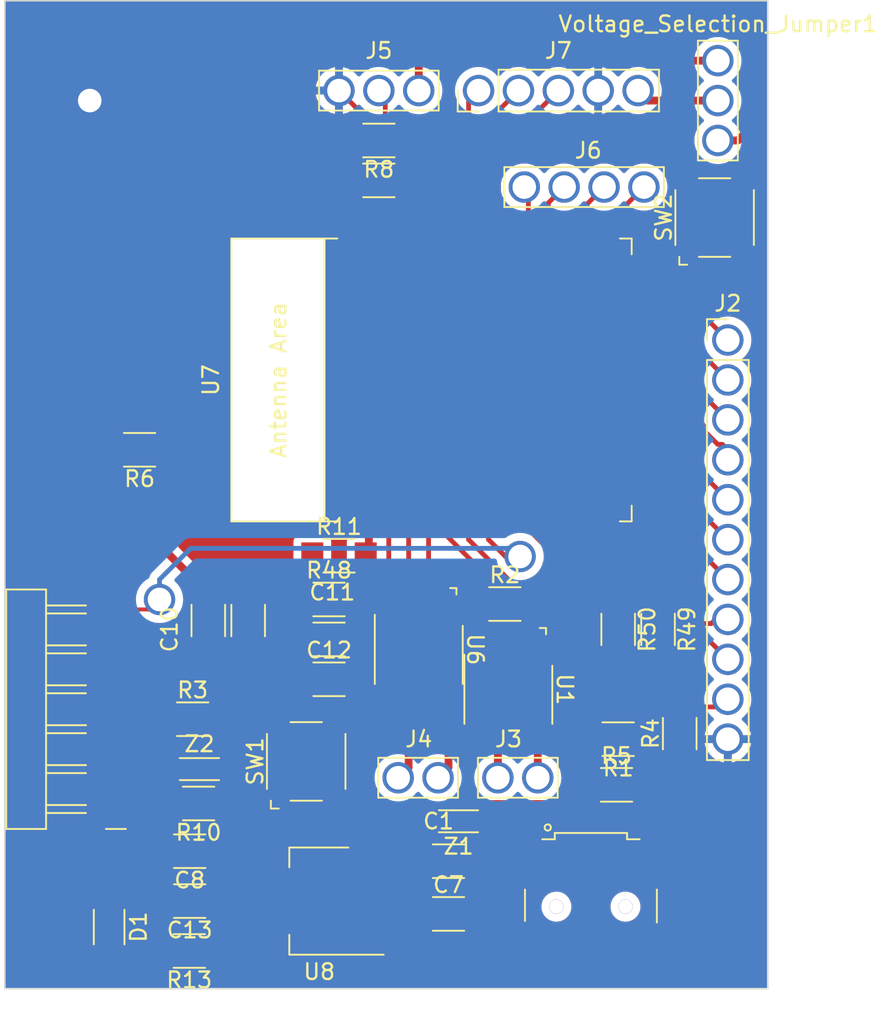
<source format=kicad_pcb>
(kicad_pcb (version 20221018) (generator pcbnew)
  (layers (0 "F.Cu" signal) (31 "B.Cu" signal) (34 "B.Paste" user) (35 "F.Paste" user) (36 "B.SilkS" user "B.Silkscreen") (37 "F.SilkS" user "F.Silkscreen") (38 "B.Mask" user) (39 "F.Mask" user) (44 "Edge.Cuts" user))
  (net 0 "")
  (net 1 "PWR_3V3")
  (net 2 "PWR_GND")
  (net 3 "PWR_5V")
  (net 4 "Net-(D1-A)")
  (net 5 "Net-(U6-IN1)")
  (net 6 "Net-(U6-IN2)")
  (net 7 "/OE")
  (net 8 "/RTS")
  (net 9 "/VFD2_EN")
  (net 10 "/VFD3_EN")
  (net 11 "/RCLK")
  (net 12 "/SER_IN")
  (net 13 "/SRCLK")
  (net 14 "/VFD0_EN")
  (net 15 "/VFD1_EN")
  (net 16 "/TLV_EN")
  (net 18 "Net-(U7-EN)")
  (net 25 "Net-(Z2-A)")
  (net 26 "/FRONT_BTN_G")
  (net 27 "/FRONT_BTN_B")
  (net 28 "/FRONT_BTN_IN")
  (net 29 "/FRONT_BTN_R")
  (net 30 "Net-(U7-GPIO20{slash}U1CTS{slash}ADC2_CH9{slash}CLK_OUT1{slash}USB_D+)")
  (net 31 "Net-(U7-GPIO19{slash}U1RTS{slash}ADC2_CH8{slash}CLK_OUT2{slash}USB_D-)")
  (net 32 "/RXD0")
  (net 33 "/TXD0")
  (net 35 "Net-(U7-GPIO0{slash}BOOT)")
  (net 36 "Net-(P2-VBUS)")
  (net 37 "Net-(P2-D-)")
  (net 38 "Net-(P2-D+)")
  (net 39 "Net-(J3-Pin_2)")
  (net 40 "Net-(J3-Pin_1)")
  (net 41 "Net-(J4-Pin_2)")
  (net 42 "Net-(J4-Pin_1)")
  (net 43 "Net-(U1-IN2)")
  (net 44 "Net-(U1-IN1)")
  (net 46 "Net-(J2-Pin_10)")
  (net 47 "Net-(R4-Pad1)")
  (net 48 "/Photo_In")
  (net 50 "Net-(U7-U0TXD{slash}GPIO43{slash}CLK_OUT1)")
  (net 51 "Net-(U7-U0RXD{slash}GPIO44{slash}CLK_OUT2)")
  (net 52 "Net-(U6-GND)")
  (net 53 "Net-(U7-3V3)")
  (net 55 "/ROT_A")
  (net 56 "/ROT_B")
  (net 57 "/ROT_SW")
  (net 58 "/ROT_VCC")
  (net 59 "Net-(Voltage_Selection_Jumper1-Pin_3)")
  (footprint "fab:PinHeader_1x05_P2.54mm_Vertical_THT_D1mm" (layer "F.Cu") (at 118.11 67.31 90)
    (fp_text reference "J7")
    (fp_text value "Conn_PinHeader_1x05_P2.54mm_Vertical_THT_D1mm" hide)
  )
  (footprint "Fab:SOD-123" (layer "F.Cu") (at 100.33 110.49 180)
    (fp_text reference "Z2")
    (fp_text value "Diode_Zener_SOD123" hide)
  )
  (footprint "fab:HSOP-8" (layer "F.Cu") (at 120.005 105.41 -90)
    (fp_text reference "U1")
    (fp_text value "MotorDriver_BrushedDC_Toshiba_TB67H451FNG" hide)
  )
  (footprint "fab:PinHeader_1x02_P2.54mm_Vertical_THT_D1mm" (layer "F.Cu") (at 112.99 111.04 90)
    (fp_text reference "J4")
    (fp_text value "Conn_PinHeader_1x02_P2.54mm_Vertical_THT_D1mm" hide)
  )
  (footprint "Fab:C_1206" (layer "F.Cu") (at 103.435 101.035 -90)
    (fp_text reference "C9" hide)
    (fp_text value "22uF")
  )
  (footprint "Fab:R_1206" (layer "F.Cu") (at 127 101.6 -90)
    (fp_text reference "R50")
    (fp_text value "0")
  )
  (footprint "Fab:R_1206" (layer "F.Cu") (at 119.782576 99.984984)
    (fp_text reference "R2")
    (fp_text value "0")
  )
  (footprint "PCM_Espressif:ESP32-S3-WROOM-1" (layer "F.Cu") (at 118.11 85.725 90)
    (fp_text reference "U7")
    (fp_text value "ESP32-S3-WROOM-1")
  )
  (footprint "fab:SOT-223-3_TabPin2" (layer "F.Cu") (at 107.965 118.89 180)
    (fp_text reference "U8")
    (fp_text value "Regulator_Linear_3.3V_1A_DiodesIncorporated")
  )
  (footprint "Fab:C_1206" (layer "F.Cu") (at 108.585 104.775)
    (fp_text reference "C12")
    (fp_text value "0.1uF")
  )
  (footprint "fab:PinHeader_1x03_P2.54mm_Vertical_THT_D1mm" (layer "F.Cu") (at 109.22 67.31 90)
    (fp_text reference "J5")
    (fp_text value "Conn_PinHeader_1x03_P2.54mm_Vertical_THT_D1mm" hide)
  )
  (footprint "fab:HSOP-8" (layer "F.Cu") (at 114.3 102.87 -90)
    (fp_text reference "U6")
    (fp_text value "MotorDriver_BrushedDC_Toshiba_TB67H451FNG" hide)
  )
  (footprint "Fab:C_1206" (layer "F.Cu") (at 108.585 102.235)
    (fp_text reference "C11")
    (fp_text value "1uF")
  )
  (footprint "Fab:R_1206" (layer "F.Cu") (at 99.685 122.065 180)
    (fp_text reference "R13")
    (fp_text value "5.1K")
  )
  (footprint "Fab:R_1206" (layer "F.Cu") (at 129.54 101.6 -90)
    (fp_text reference "R49")
    (fp_text value "0")
  )
  (footprint "Fab:C_1206" (layer "F.Cu") (at 116.195 119.705)
    (fp_text reference "C7")
    (fp_text value "10uF")
  )
  (footprint "fab:PinHeader_1x06_P2.54mm_Horizontal_SMD" (layer "F.Cu") (at 94.375 113.03 180)
    (fp_text reference "J1" hide)
    (fp_text value "Conn_PinHeader_FTDI_1x06_P2.54mm_Horizontal_SMD" hide)
  )
  (footprint "Fab:SOD-123" (layer "F.Cu") (at 116.83 113.81)
    (fp_text reference "Z1")
    (fp_text value "Diode_Zener_SOD123")
  )
  (footprint "Fab:R_1206" (layer "F.Cu") (at 109.2203 96.91132)
    (fp_text reference "R11")
    (fp_text value "0")
  )
  (footprint "fab:PinHeader_1x03_P2.54mm_Vertical_THT_D1mm" (layer "F.Cu") (at 133.35 65.405)
    (fp_text reference "Voltage_Selection_Jumper1")
    (fp_text value "Conn_PinHeader_1x03_P2.54mm_Vertical_THT_D1mm" hide)
  )
  (footprint "fab:Conn_USB_miniB_Socket_CUIDevices_UJ2-MBH-1-SMT-TR" (layer "F.Cu") (at 125.265 124.355)
    (fp_text reference "P2" hide)
    (fp_text value "Conn_USB_miniB_Socket_CUIDevices_UJ2-MBH-1-SMT-TR" hide)
  )
  (footprint "Fab:C_1206" (layer "F.Cu") (at 99.71 118.89 180)
    (fp_text reference "C13")
    (fp_text value "0.1uF" hide)
  )
  (footprint "Connector_PinHeader_2.54mm:PinHeader_1x11_P2.54mm_Vertical" (layer "F.Cu") (at 133.985 83.185)
    (fp_text reference "J2")
    (fp_text value "Conn_01x11_Pin")
  )
  (footprint "fab:LED_1206" (layer "F.Cu") (at 94.605 120.541 -90)
    (fp_text reference "D1")
    (fp_text value "LED_1206")
  )
  (footprint "Fab:R_1206" (layer "F.Cu") (at 96.52 90.17 180)
    (fp_text reference "R6")
    (fp_text value "0")
  )
  (footprint "Fab:R_1206" (layer "F.Cu") (at 130.920747 108.233137 90)
    (fp_text reference "R4")
    (fp_text value "0")
  )
  (footprint "Fab:R_1206" (layer "F.Cu") (at 108.585 99.695)
    (fp_text reference "R48")
    (fp_text value "10K")
  )
  (footprint "fab:Button_ESwitch_TL3315NF100Q_4.5x4.5mm" (layer "F.Cu") (at 107.131384 109.999859 90)
    (fp_text reference "SW1")
    (fp_text value "Switch_Tactile_ESwitch")
  )
  (footprint "Fab:R_1206" (layer "F.Cu") (at 99.9 107.315)
    (fp_text reference "R3")
    (fp_text value "0")
  )
  (footprint "Fab:R_1206" (layer "F.Cu") (at 111.76 73.025 180)
    (fp_text reference "R7" hide)
    (fp_text value "0")
  )
  (footprint "Fab:C_1206" (layer "F.Cu") (at 99.71 115.715 180)
    (fp_text reference "C8")
    (fp_text value "10uF")
  )
  (footprint "Fab:C_1206" (layer "F.Cu") (at 116.195 116.35)
    (fp_text reference "C1")
    (fp_text value "0.1uF")
  )
  (footprint "fab:PinHeader_1x04_P2.54mm_Vertical_THT_D1mm" (layer "F.Cu") (at 128.640014 73.449363 -90)
    (fp_text reference "J6")
    (fp_text value "Conn_PinHeader_1x04_P2.54mm_Vertical_THT_D1mm" hide)
  )
  (footprint "Fab:R_1206" (layer "F.Cu") (at 111.76 70.485 180)
    (fp_text reference "R8")
    (fp_text value "0")
  )
  (footprint "Fab:R_1206" (layer "F.Cu") (at 126.895523 111.491651)
    (fp_text reference "R5")
    (fp_text value "0")
  )
  (footprint "fab:Button_ESwitch_TL3315NF100Q_4.5x4.5mm" (layer "F.Cu") (at 133.142819 75.389471 90)
    (fp_text reference "SW2")
    (fp_text value "Switch_Tactile_ESwitch" hide)
  )
  (footprint "Fab:R_1206" (layer "F.Cu") (at 127 108.585 180)
    (fp_text reference "R1")
    (fp_text value "0")
  )
  (footprint "Fab:C_1206" (layer "F.Cu") (at 100.895 101.035 -90)
    (fp_text reference "C10")
    (fp_text value "0.1uF")
  )
  (footprint "fab:PinHeader_1x02_P2.54mm_Vertical_THT_D1mm" (layer "F.Cu") (at 119.34 111.04 90)
    (fp_text reference "J3")
    (fp_text value "Conn_PinHeader_1x02_P2.54mm_Vertical_THT_D1mm" hide)
  )
  (footprint "Fab:R_1206" (layer "F.Cu") (at 100.277136 112.677577 180)
    (fp_text reference "R10")
    (fp_text value "0")
  )
  (gr_rect (start 87.939824 61.595) (end 136.525 124.46) (stroke (width 0.1)) (fill none) (layer "Edge.Cuts"))
  (segment (start 107.5203 96.91132) (end 107.5203 99.0597) (width 0.5) (layer "F.Cu") (net 1))
  (segment (start 129.54 65.405) (end 133.35 65.405) (width 0.5) (layer "F.Cu") (net 1))
  (segment (start 99.3886 100.8414) (end 100.895 99.335) (width 0.5) (layer "F.Cu") (net 1))
  (segment (start 103.435 99.335) (end 105.4236 99.335) (width 0.5) (layer "F.Cu") (net 1))
  (segment (start 103.435 99.335) (end 100.895 99.335) (width 0.5) (layer "F.Cu") (net 1))
  (segment (start 107.5203 99.0597) (end 106.885 99.695) (width 0.5) (layer "F.Cu") (net 1))
  (segment (start 104.815 118.89) (end 111.115 118.89) (width 0.5) (layer "F.Cu") (net 1))
  (segment (start 100.62811 114.93311) (end 100.62811 109.51811) (width 0.4) (layer "F.Cu") (net 1))
  (segment (start 94.651453 77.775257) (end 106.821556 65.605154) (width 0.5) (layer "F.Cu") (net 1))
  (segment (start 101.41 118.89) (end 101.41 115.715) (width 0.5) (layer "F.Cu") (net 1))
  (segment (start 99.3886 103.70689) (end 99.3886 100.8414) (width 0.5) (layer "F.Cu") (net 1))
  (segment (start 94.82 90.17) (end 94.651453 90.001453) (width 0.5) (layer "F.Cu") (net 1))
  (segment (start 100.62811 109.51811) (end 99.8414 108.7314) (width 0.5) (layer "F.Cu") (net 1))
  (segment (start 99.8414 108.7314) (end 99.8414 104.15969) (width 0.5) (layer "F.Cu") (net 1))
  (segment (start 98.22 90.17) (end 98.22 96.66) (width 0.5) (layer "F.Cu") (net 1))
  (segment (start 98.22 96.66) (end 100.895 99.335) (width 0.5) (layer "F.Cu") (net 1))
  (segment (start 106.821556 65.605154) (end 107.02171 65.405) (width 0.5) (layer "F.Cu") (net 1))
  (segment (start 105.4236 99.335) (end 105.7836 99.695) (width 0.5) (layer "F.Cu") (net 1))
  (segment (start 101.41 115.715) (end 100.62811 114.93311) (width 0.5) (layer "F.Cu") (net 1))
  (segment (start 99.8414 104.15969) (end 99.3886 103.70689) (width 0.5) (layer "F.Cu") (net 1))
  (segment (start 114.3 65.611277) (end 114.3 67.31) (width 0.5) (layer "F.Cu") (net 1))
  (segment (start 101.41 122.04) (end 101.385 122.065) (width 0.5) (layer "F.Cu") (net 1))
  (segment (start 101.41 118.89) (end 101.41 122.04) (width 0.5) (layer "F.Cu") (net 1))
  (segment (start 107.02171 65.405) (end 130.10116 65.405) (width 0.5) (layer "F.Cu") (net 1))
  (segment (start 106.821556 65.605154) (end 106.827679 65.611277) (width 0.5) (layer "F.Cu") (net 1))
  (segment (start 94.651453 90.001453) (end 94.651453 77.775257) (width 0.5) (layer "F.Cu") (net 1))
  (segment (start 105.7836 99.695) (end 106.885 99.695) (width 0.5) (layer "F.Cu") (net 1))
  (segment (start 104.815 118.89) (end 101.41 118.89) (width 0.5) (layer "F.Cu") (net 1))
  (segment (start 111.03442 68.897029) (end 111.457214 69.319823) (width 0.3048) (layer "F.Cu") (net 2))
  (segment (start 122.82583 120.65) (end 124.319097 120.65) (width 0.3048) (layer "F.Cu") (net 2))
  (segment (start 121.91 103.505) (end 120.005 105.41) (width 0.3048) (layer "F.Cu") (net 2))
  (segment (start 110.807029 68.897029) (end 111.03442 68.897029) (width 0.3048) (layer "F.Cu") (net 2))
  (segment (start 99.86931 109.903126) (end 98.2 108.233816) (width 0.3048) (layer "F.Cu") (net 2))
  (segment (start 111.457214 69.319823) (end 111.457214 73.96805) (width 0.3048) (layer "F.Cu") (net 2))
  (segment (start 121.548358 100.050766) (end 121.548358 102.148358) (width 0.3048) (layer "F.Cu") (net 2))
  (segment (start 111.457214 73.96805) (end 109.85 75.575264) (width 0.3048) (layer "F.Cu") (net 2))
  (segment (start 124.319097 120.65) (end 126.865 118.104097) (width 0.3048) (layer "F.Cu") (net 2))
  (segment (start 98.01 115.715) (end 99.86931 113.85569) (width 0.3048) (layer "F.Cu") (net 2))
  (segment (start 120.64 106.045) (end 120.005 105.41) (width 0.3048) (layer "F.Cu") (net 2))
  (segment (start 98.01 115.715) (end 98.01 115.0586) (width 0.3048) (layer "F.Cu") (net 2))
  (segment (start 98.01 118.89) (end 98.01 116.3714) (width 0.25) (layer "F.Cu") (net 2))
  (segment (start 117.895 116.35) (end 117.895 119.705) (width 0.3048) (layer "F.Cu") (net 2))
  (segment (start 99.86931 113.85569) (end 99.86931 109.903126) (width 0.3048) (layer "F.Cu") (net 2))
  (segment (start 120.64 108.31) (end 120.64 106.045) (width 0.3048) (layer "F.Cu") (net 2))
  (segment (start 121.548358 102.148358) (end 121.91 102.51) (width 0.25) (layer "F.Cu") (net 2))
  (segment (start 121.88083 119.705) (end 122.82583 120.65) (width 0.3048) (layer "F.Cu") (net 2))
  (segment (start 121.91 102.51) (end 121.91 103.505) (width 0.25) (layer "F.Cu") (net 2))
  (segment (start 126.865 118.104097) (end 126.865 116.505) (width 0.3048) (layer "F.Cu") (net 2))
  (segment (start 98.2 108.233816) (end 98.2 107.315) (width 0.3048) (layer "F.Cu") (net 2))
  (segment (start 121.482576 99.984984) (end 121.548358 100.050766) (width 0.3048) (layer "F.Cu") (net 2))
  (segment (start 117.895 119.705) (end 121.88083 119.705) (width 0.3048) (layer "F.Cu") (net 2))
  (segment (start 109.85 75.575264) (end 109.85 76.975) (width 0.3048) (layer "F.Cu") (net 2))
  (segment (start 109.22 67.31) (end 110.807029 68.897029) (width 0.3048) (layer "F.Cu") (net 2))
  (via (at 93.345 67.945) (size 2) (drill 1.5) (layers "F.Cu" "B.Cu") (net 2))
  (segment (start 102.13 112.925) (end 105.41 116.205) (width 0.5) (layer "F.Cu") (net 3))
  (segment (start 111.115 107.05) (end 112.395 105.77) (width 0.5) (layer "F.Cu") (net 3))
  (segment (start 110.73 116.205) (end 111.115 116.59) (width 0.5) (layer "F.Cu") (net 3))
  (segment (start 117.475 103.135) (end 117.475 107.685) (width 0.5) (layer "F.Cu") (net 3))
  (segment (start 118.1 108.31) (end 117.465 108.945) (width 0.5) (layer "F.Cu") (net 3))
  (segment (start 111.115 116.59) (end 111.115 107.05) (width 0.5) (layer "F.Cu") (net 3))
  (segment (start 111.76 100.605) (end 111.76 105.135) (width 0.5) (layer "F.Cu") (net 3))
  (segment (start 114.495 114.345) (end 114.495 116.35) (width 0.5) (layer "F.Cu") (net 3))
  (segment (start 112.395 99.97) (end 111.76 100.605) (width 0.5) (layer "F.Cu") (net 3))
  (segment (start 115.03 113.81) (end 114.495 114.345) (width 0.5) (layer "F.Cu") (net 3))
  (segment (start 118.1 102.51) (end 117.475 103.135) (width 0.5) (layer "F.Cu") (net 3))
  (segment (start 114.495 116.35) (end 114.495 119.705) (width 0.5) (layer "F.Cu") (net 3))
  (segment (start 115.03 113.81) (end 116.20078 112.63922) (width 0.5) (layer "F.Cu") (net 3))
  (segment (start 123.971218 112.715956) (end 125.195523 111.491651) (width 0.5) (layer "F.Cu") (net 3))
  (segment (start 105.41 116.205) (end 110.73 116.205) (width 0.5) (layer "F.Cu") (net 3))
  (segment (start 117.475 107.685) (end 118.1 108.31) (width 0.5) (layer "F.Cu") (net 3))
  (segment (start 102.13 110.49) (end 102.13 112.925) (width 0.5) (layer "F.Cu") (net 3))
  (segment (start 117.465 108.945) (end 117.465 112.543493) (width 0.5) (layer "F.Cu") (net 3))
  (segment (start 116.20078 112.63922) (end 117.369273 112.63922) (width 0.5) (layer "F.Cu") (net 3))
  (segment (start 117.369273 112.63922) (end 117.446009 112.715956) (width 0.5) (layer "F.Cu") (net 3))
  (segment (start 114.495 116.35) (end 111.355 116.35) (width 0.5) (layer "F.Cu") (net 3))
  (segment (start 111.76 105.135) (end 112.395 105.77) (width 0.5) (layer "F.Cu") (net 3))
  (segment (start 117.446009 112.715956) (end 123.971218 112.715956) (width 0.5) (layer "F.Cu") (net 3))
  (segment (start 117.465 112.543493) (end 117.369273 112.63922) (width 0.5) (layer "F.Cu") (net 3))
  (segment (start 94.781 122.065) (end 94.605 122.241) (width 0.3048) (layer "F.Cu") (net 4))
  (segment (start 97.985 122.065) (end 94.781 122.065) (width 0.3048) (layer "F.Cu") (net 4))
  (segment (start 113.655 94.48) (end 113.66 94.475) (width 0.3048) (layer "F.Cu") (net 5))
  (segment (start 113.665 99.97) (end 113.655 99.96) (width 0.3048) (layer "F.Cu") (net 5))
  (segment (start 113.655 99.96) (end 113.655 94.48) (width 0.3048) (layer "F.Cu") (net 5))
  (segment (start 114.925 94.48) (end 114.93 94.475) (width 0.3048) (layer "F.Cu") (net 6))
  (segment (start 114.935 99.97) (end 114.925 99.96) (width 0.3048) (layer "F.Cu") (net 6))
  (segment (start 114.925 99.96) (end 114.925 94.48) (width 0.3048) (layer "F.Cu") (net 6))
  (segment (start 130.81 80.01) (end 133.985 83.185) (width 0.3048) (layer "F.Cu") (net 7))
  (segment (start 127.61 80.01) (end 130.81 80.01) (width 0.3048) (layer "F.Cu") (net 7))
  (segment (start 120.754463 96.960382) (end 120.569268 96.960382) (width 0.25) (layer "F.Cu") (net 8))
  (segment (start 118.74 95.131114) (end 118.74 94.475) (width 0.25) (layer "F.Cu") (net 8))
  (segment (start 97.79 99.695) (end 97.155 100.33) (width 0.25) (layer "F.Cu") (net 8))
  (segment (start 118.74 95.88) (end 118.74 95.131114) (width 0.3048) (layer "F.Cu") (net 8))
  (segment (start 119.820382 96.960382) (end 118.74 95.88) (width 0.3048) (layer "F.Cu") (net 8))
  (segment (start 97.155 100.33) (end 94.375 100.33) (width 0.25) (layer "F.Cu") (net 8))
  (segment (start 120.569268 96.960382) (end 119.820382 96.960382) (width 0.3048) (layer "F.Cu") (net 8))
  (via (at 97.79 99.695) (size 2) (drill 1.5) (layers "F.Cu" "B.Cu") (net 8))
  (via (at 120.754463 96.960382) (size 2) (drill 1.5) (layers "F.Cu" "B.Cu") (net 8))
  (segment (start 120.234565 96.440484) (end 120.754463 96.960382) (width 0.3048) (layer "B.Cu") (net 8))
  (segment (start 99.774516 96.440484) (end 120.234565 96.440484) (width 0.3048) (layer "B.Cu") (net 8))
  (segment (start 97.79 99.695) (end 97.79 98.425) (width 0.3048) (layer "B.Cu") (net 8))
  (segment (start 97.79 98.425) (end 99.774516 96.440484) (width 0.3048) (layer "B.Cu") (net 8))
  (segment (start 132.473454 101.993454) (end 125.686919 101.993454) (width 0.3048) (layer "F.Cu") (net 9))
  (segment (start 121.28 95.225) (end 121.28 94.475) (width 0.3048) (layer "F.Cu") (net 9))
  (segment (start 125.686919 101.993454) (end 124.46 100.766535) (width 0.3048) (layer "F.Cu") (net 9))
  (segment (start 124.46 98.405) (end 121.28 95.225) (width 0.3048) (layer "F.Cu") (net 9))
  (segment (start 133.985 103.505) (end 132.473454 101.993454) (width 0.3048) (layer "F.Cu") (net 9))
  (segment (start 124.46 100.766535) (end 124.46 98.405) (width 0.3048) (layer "F.Cu") (net 9))
  (segment (start 122.415 94.475) (end 122.415 95.317647) (width 0.3048) (layer "F.Cu") (net 10))
  (segment (start 125.927811 101.228558) (end 132.925609 101.228558) (width 0.3048) (layer "F.Cu") (net 10))
  (segment (start 133.189167 100.965) (end 133.985 100.965) (width 0.3048) (layer "F.Cu") (net 10))
  (segment (start 125.411554 98.314201) (end 125.411554 100.712301) (width 0.3048) (layer "F.Cu") (net 10))
  (segment (start 122.55 94.475) (end 122.415 94.475) (width 0.3048) (layer "F.Cu") (net 10))
  (segment (start 132.925609 101.228558) (end 133.189167 100.965) (width 0.3048) (layer "F.Cu") (net 10))
  (segment (start 125.411554 100.712301) (end 125.927811 101.228558) (width 0.3048) (layer "F.Cu") (net 10))
  (segment (start 122.415 95.317647) (end 125.411554 98.314201) (width 0.3048) (layer "F.Cu") (net 10))
  (segment (start 128.624212 88.9) (end 130.175 90.450788) (width 0.3048) (layer "F.Cu") (net 11))
  (segment (start 130.175 90.450788) (end 130.175 94.615) (width 0.3048) (layer "F.Cu") (net 11))
  (segment (start 130.175 94.615) (end 133.985 98.425) (width 0.3048) (layer "F.Cu") (net 11))
  (segment (start 127.61 88.9) (end 128.624212 88.9) (width 0.3048) (layer "F.Cu") (net 11))
  (segment (start 131.3688 90.234194) (end 131.3688 91.734589) (width 0.3048) (layer "F.Cu") (net 12))
  (segment (start 131.445 93.345) (end 133.985 95.885) (width 0.3048) (layer "F.Cu") (net 12))
  (segment (start 127.61 87.63) (end 128.764606 87.63) (width 0.3048) (layer "F.Cu") (net 12))
  (segment (start 131.3688 91.734589) (end 131.445 91.810789) (width 0.3048) (layer "F.Cu") (net 12))
  (segment (start 131.445 91.810789) (end 131.445 93.345) (width 0.3048) (layer "F.Cu") (net 12))
  (segment (start 128.764606 87.63) (end 131.3688 90.234194) (width 0.3048) (layer "F.Cu") (net 12))
  (segment (start 128.95 86.36) (end 131.715 89.125) (width 0.3048) (layer "F.Cu") (net 13))
  (segment (start 132.08 89.570267) (end 132.08 91.44) (width 0.3048) (layer "F.Cu") (net 13))
  (segment (start 131.715 89.205267) (end 132.08 89.570267) (width 0.3048) (layer "F.Cu") (net 13))
  (segment (start 127.61 86.36) (end 128.95 86.36) (width 0.3048) (layer "F.Cu") (net 13))
  (segment (start 132.08 91.44) (end 133.985 93.345) (width 0.3048) (layer "F.Cu") (net 13))
  (segment (start 131.715 89.125) (end 131.715 89.205267) (width 0.3048) (layer "F.Cu") (net 13))
  (segment (start 133.339322 89.8238) (end 133.6388 89.8238) (width 0.3048) (layer "F.Cu") (net 14))
  (segment (start 133.985 90.17) (end 133.985 90.805) (width 0.3048) (layer "F.Cu") (net 14))
  (segment (start 128.905 85.09) (end 132.4262 88.6112) (width 0.3048) (layer "F.Cu") (net 14))
  (segment (start 133.6388 89.8238) (end 133.985 90.17) (width 0.3048) (layer "F.Cu") (net 14))
  (segment (start 127.61 85.09) (end 128.905 85.09) (width 0.3048) (layer "F.Cu") (net 14))
  (segment (start 132.4262 88.6112) (end 132.4262 88.910678) (width 0.3048) (layer "F.Cu") (net 14))
  (segment (start 132.4262 88.910678) (end 133.339322 89.8238) (width 0.3048) (layer "F.Cu") (net 14))
  (segment (start 129.54 83.82) (end 133.985 88.265) (width 0.3048) (layer "F.Cu") (net 15))
  (segment (start 127.61 83.82) (end 129.54 83.82) (width 0.3048) (layer "F.Cu") (net 15))
  (segment (start 127.61 82.55) (end 130.81 82.55) (width 0.3048) (layer "F.Cu") (net 16))
  (segment (start 130.81 82.55) (end 133.985 85.725) (width 0.3048) (layer "F.Cu") (net 16))
  (segment (start 110.285 99.695) (end 110.285 102.235) (width 0.3048) (layer "F.Cu") (net 18))
  (segment (start 108.881384 107.749859) (end 108.881384 112.249859) (width 0.3048) (layer "F.Cu") (net 18))
  (segment (start 110.285 106.346243) (end 108.881384 107.749859) (width 0.3048) (layer "F.Cu") (net 18))
  (segment (start 110.285 104.775) (end 110.285 106.346243) (width 0.3048) (layer "F.Cu") (net 18))
  (segment (start 112.39 97.795) (end 110.49 99.695) (width 0.3048) (layer "F.Cu") (net 18))
  (segment (start 110.285 102.235) (end 110.285 104.775) (width 0.3048) (layer "F.Cu") (net 18))
  (segment (start 110.49 99.695) (end 110.285 99.695) (width 0.3048) (layer "F.Cu") (net 18))
  (segment (start 112.39 94.475) (end 112.39 97.795) (width 0.3048) (layer "F.Cu") (net 18))
  (segment (start 98.53 110.49) (end 97.895 110.49) (width 0.5) (layer "F.Cu") (net 25))
  (segment (start 95.355 107.95) (end 94.375 107.95) (width 0.5) (layer "F.Cu") (net 25))
  (segment (start 97.895 110.49) (end 95.355 107.95) (width 0.5) (layer "F.Cu") (net 25))
  (segment (start 123.82 76.975) (end 123.82 75.729377) (width 0.3048) (layer "F.Cu") (net 26))
  (segment (start 123.82 75.729377) (end 126.100014 73.449363) (width 0.3048) (layer "F.Cu") (net 26))
  (segment (start 122.55 74.459377) (end 123.560014 73.449363) (width 0.3048) (layer "F.Cu") (net 27))
  (segment (start 122.55 76.975) (end 122.55 74.459377) (width 0.3048) (layer "F.Cu") (net 27))
  (segment (start 121.28 76.975) (end 121.28 73.709349) (width 0.3048) (layer "F.Cu") (net 28))
  (segment (start 121.28 73.709349) (end 121.020014 73.449363) (width 0.3048) (layer "F.Cu") (net 28))
  (segment (start 125.09 75.653986) (end 125.331836 75.41215) (width 0.3048) (layer "F.Cu") (net 29))
  (segment (start 125.09 76.975) (end 125.09 75.653986) (width 0.3048) (layer "F.Cu") (net 29))
  (segment (start 126.677227 75.41215) (end 128.640014 73.449363) (width 0.3048) (layer "F.Cu") (net 29))
  (segment (start 125.331836 75.41215) (end 126.677227 75.41215) (width 0.3048) (layer "F.Cu") (net 29))
  (segment (start 128.26 96.375) (end 126.36 94.475) (width 0.3048) (layer "F.Cu") (net 30))
  (segment (start 129.54 99.9) (end 128.26 98.62) (width 0.3048) (layer "F.Cu") (net 30))
  (segment (start 128.26 98.62) (end 128.26 96.375) (width 0.3048) (layer "F.Cu") (net 30))
  (segment (start 127 97.995) (end 125.095 96.09) (width 0.3048) (layer "F.Cu") (net 31))
  (segment (start 125.095 96.09) (end 125.095 94.48) (width 0.3048) (layer "F.Cu") (net 31))
  (segment (start 125.095 94.48) (end 125.09 94.475) (width 0.3048) (layer "F.Cu") (net 31))
  (segment (start 127 99.9) (end 127 97.995) (width 0.3048) (layer "F.Cu") (net 31))
  (segment (start 91.6138 103.8988) (end 93.125 105.41) (width 0.3048) (layer "F.Cu") (net 32))
  (segment (start 93.125 105.41) (end 94.375 105.41) (width 0.3048) (layer "F.Cu") (net 32))
  (segment (start 96.0788 78.2287) (end 96.0788 93.1512) (width 0.3048) (layer "F.Cu") (net 32))
  (segment (start 110.06 70.485) (end 103.8225 70.485) (width 0.3048) (layer "F.Cu") (net 32))
  (segment (start 91.6138 97.6162) (end 91.6138 103.8988) (width 0.3048) (layer "F.Cu") (net 32))
  (segment (start 96.0788 93.1512) (end 91.6138 97.6162) (width 0.3048) (layer "F.Cu") (net 32))
  (segment (start 103.8225 70.485) (end 96.0788 78.2287) (width 0.3048) (layer "F.Cu") (net 32))
  (segment (start 93.125 102.87) (end 94.375 102.87) (width 0.3048) (layer "F.Cu") (net 33))
  (segment (start 96.927608 78.967392) (end 96.927608 94.887128) (width 0.3048) (layer "F.Cu") (net 33))
  (segment (start 92.5662 99.248536) (end 92.5662 102.3112) (width 0.3048) (layer "F.Cu") (net 33))
  (segment (start 92.5662 102.3112) (end 93.125 102.87) (width 0.3048) (layer "F.Cu") (net 33))
  (segment (start 110.06 73.025) (end 102.87 73.025) (width 0.3048) (layer "F.Cu") (net 33))
  (segment (start 96.927608 94.887128) (end 92.5662 99.248536) (width 0.3048) (layer "F.Cu") (net 33))
  (segment (start 102.87 73.025) (end 96.927608 78.967392) (width 0.3048) (layer "F.Cu") (net 33))
  (segment (start 130.81 78.74) (end 133.79229 78.74) (width 0.3048) (layer "F.Cu") (net 35))
  (segment (start 129.045 76.975) (end 130.81 78.74) (width 0.3048) (layer "F.Cu") (net 35))
  (segment (start 133.79229 78.74) (end 134.892819 77.639471) (width 0.3048) (layer "F.Cu") (net 35))
  (segment (start 134.892819 73.139471) (end 134.892819 77.639471) (width 0.3048) (layer "F.Cu") (net 35))
  (segment (start 126.36 76.975) (end 129.045 76.975) (width 0.3048) (layer "F.Cu") (net 35))
  (segment (start 122.22 113.81) (end 123.665 115.255) (width 0.25) (layer "F.Cu") (net 36))
  (segment (start 123.665 115.255) (end 123.665 116.505) (width 0.25) (layer "F.Cu") (net 36))
  (segment (start 118.63 113.81) (end 122.22 113.81) (width 0.25) (layer "F.Cu") (net 36))
  (segment (start 126.5314 103.7686) (end 126.5314 107.476136) (width 0.3048) (layer "F.Cu") (net 37))
  (segment (start 126.5588 112.468638) (end 125.560551 113.466887) (width 0.3048) (layer "F.Cu") (net 37))
  (segment (start 126.5588 107.503536) (end 126.5588 112.468638) (width 0.3048) (layer "F.Cu") (net 37))
  (segment (start 125.144057 113.466887) (end 124.465 114.145944) (width 0.3048) (layer "F.Cu") (net 37))
  (segment (start 126.5314 107.476136) (end 126.5588 107.503536) (width 0.3048) (layer "F.Cu") (net 37))
  (segment (start 127 103.3) (end 126.5314 103.7686) (width 0.3048) (layer "F.Cu") (net 37))
  (segment (start 125.560551 113.466887) (end 125.144057 113.466887) (width 0.3048) (layer "F.Cu") (net 37))
  (segment (start 124.465 114.145944) (end 124.465 116.505) (width 0.3048) (layer "F.Cu") (net 37))
  (segment (start 127.2426 105.5974) (end 127.2426 107.181547) (width 0.3048) (layer "F.Cu") (net 38))
  (segment (start 127.2426 107.181547) (end 127.27 107.208947) (width 0.3048) (layer "F.Cu") (net 38))
  (segment (start 127.27 112.763226) (end 125.265 114.768226) (width 0.3048) (layer "F.Cu") (net 38))
  (segment (start 129.54 103.3) (end 127.2426 105.5974) (width 0.3048) (layer "F.Cu") (net 38))
  (segment (start 125.265 114.768226) (end 125.265 116.505) (width 0.3048) (layer "F.Cu") (net 38))
  (segment (start 127.27 107.208947) (end 127.27 112.763226) (width 0.3048) (layer "F.Cu") (net 38))
  (segment (start 121.88 108.34) (end 121.91 108.31) (width 0.5) (layer "F.Cu") (net 39))
  (segment (start 121.88 111.04) (end 121.88 108.34) (width 0.5) (layer "F.Cu") (net 39))
  (segment (start 119.34 111.04) (end 119.34 108.34) (width 0.5) (layer "F.Cu") (net 40))
  (segment (start 119.34 108.34) (end 119.37 108.31) (width 0.5) (layer "F.Cu") (net 40))
  (segment (start 116.195 105.78) (end 116.205 105.77) (width 0.5) (layer "F.Cu") (net 41))
  (segment (start 116.195 110.375) (end 116.195 105.78) (width 0.5) (layer "F.Cu") (net 41))
  (segment (start 115.53 111.04) (end 116.195 110.375) (width 0.5) (layer "F.Cu") (net 41))
  (segment (start 113.655 110.375) (end 113.655 105.78) (width 0.5) (layer "F.Cu") (net 42))
  (segment (start 113.655 105.78) (end 113.665 105.77) (width 0.5) (layer "F.Cu") (net 42))
  (segment (start 112.99 111.04) (end 113.655 110.375) (width 0.5) (layer "F.Cu") (net 42))
  (segment (start 120.204896 98.615292) (end 120.204896 101.164896) (width 0.3048) (layer "F.Cu") (net 43))
  (segment (start 120.204896 101.164896) (end 120.64 101.6) (width 0.3048) (layer "F.Cu") (net 43))
  (segment (start 117.47 95.880396) (end 120.204896 98.615292) (width 0.3048) (layer "F.Cu") (net 43))
  (segment (start 120.64 101.6) (end 120.64 102.51) (width 0.3048) (layer "F.Cu") (net 43))
  (segment (start 117.47 94.475) (end 117.47 95.880396) (width 0.3048) (layer "F.Cu") (net 43))
  (segment (start 119.37 102.51) (end 119.38 102.5) (width 0.3048) (layer "F.Cu") (net 44))
  (segment (start 116.2 94.475) (end 116.2 95.762144) (width 0.3048) (layer "F.Cu") (net 44))
  (segment (start 119.37 98.932144) (end 119.37 102.51) (width 0.3048) (layer "F.Cu") (net 44))
  (segment (start 116.2 95.762144) (end 119.37 98.932144) (width 0.3048) (layer "F.Cu") (net 44))
  (segment (start 130.920747 106.533137) (end 133.496863 106.533137) (width 0.3048) (layer "F.Cu") (net 46))
  (segment (start 133.496863 106.533137) (end 133.985 106.045) (width 0.3048) (layer "F.Cu") (net 46))
  (segment (start 130.920747 109.933137) (end 129.362233 111.491651) (width 0.3048) (layer "F.Cu") (net 47))
  (segment (start 129.362233 111.491651) (end 128.595523 111.491651) (width 0.3048) (layer "F.Cu") (net 47))
  (segment (start 111.12 76.225) (end 111.12 76.975) (width 0.3048) (layer "F.Cu") (net 48))
  (segment (start 111.76 67.31) (end 112.168414 67.718414) (width 0.3048) (layer "F.Cu") (net 48))
  (segment (start 112.168414 75.176586) (end 111.12 76.225) (width 0.3048) (layer "F.Cu") (net 48))
  (segment (start 112.168414 67.718414) (end 112.168414 75.176586) (width 0.3048) (layer "F.Cu") (net 48))
  (segment (start 113.46 73.025) (end 113.46 76.775) (width 0.3048) (layer "F.Cu") (net 50))
  (segment (start 113.46 76.775) (end 113.66 76.975) (width 0.3048) (layer "F.Cu") (net 50))
  (segment (start 114.93 71.75) (end 114.93 76.975) (width 0.3048) (layer "F.Cu") (net 51))
  (segment (start 113.665 70.485) (end 114.93 71.75) (width 0.3048) (layer "F.Cu") (net 51))
  (segment (start 113.46 70.485) (end 113.665 70.485) (width 0.3048) (layer "F.Cu") (net 51))
  (segment (start 114.935 103.505) (end 114.935 105.77) (width 0.3048) (layer "F.Cu") (net 52))
  (segment (start 118.067592 99.97) (end 118.082576 99.984984) (width 0.3048) (layer "F.Cu") (net 52))
  (segment (start 116.205 99.97) (end 118.067592 99.97) (width 0.3048) (layer "F.Cu") (net 52))
  (segment (start 116.205 99.97) (end 116.205 100.965) (width 0.3048) (layer "F.Cu") (net 52))
  (segment (start 116.205 100.965) (end 114.3 102.87) (width 0.3048) (layer "F.Cu") (net 52))
  (segment (start 114.3 102.87) (end 114.935 103.505) (width 0.3048) (layer "F.Cu") (net 52))
  (segment (start 111.12 96.71162) (end 110.9203 96.91132) (width 0.25) (layer "F.Cu") (net 53))
  (segment (start 111.12 94.475) (end 111.12 96.71162) (width 0.5) (layer "F.Cu") (net 53))
  (segment (start 119.38 71.12) (end 123.19 67.31) (width 0.3048) (layer "F.Cu") (net 55))
  (segment (start 120.01 74.975649) (end 119.38 74.345649) (width 0.3048) (layer "F.Cu") (net 55))
  (segment (start 119.38 74.345649) (end 119.38 71.12) (width 0.3048) (layer "F.Cu") (net 55))
  (segment (start 120.01 76.975) (end 120.01 74.975649) (width 0.3048) (layer "F.Cu") (net 55))
  (segment (start 118.455957 69.504043) (end 120.65 67.31) (width 0.3048) (layer "F.Cu") (net 56))
  (segment (start 118.74 76.975) (end 118.455957 76.690957) (width 0.3048) (layer "F.Cu") (net 56))
  (segment (start 118.455957 76.690957) (end 118.455957 69.504043) (width 0.3048) (layer "F.Cu") (net 56))
  (segment (start 117.475 67.945) (end 118.11 67.31) (width 0.3048) (layer "F.Cu") (net 57))
  (segment (start 117.47 76.975) (end 117.475 76.97) (width 0.3048) (layer "F.Cu") (net 57))
  (segment (start 117.475 76.97) (end 117.475 67.945) (width 0.3048) (layer "F.Cu") (net 57))
  (segment (start 128.905 67.945) (end 128.27 67.31) (width 0.5) (layer "F.Cu") (net 58))
  (segment (start 133.35 67.945) (end 128.905 67.945) (width 0.5) (layer "F.Cu") (net 58))
  (segment (start 95.367664 115.57) (end 92.028355 115.57) (width 0.5) (layer "F.Cu") (net 59))
  (segment (start 90.805 78.105) (end 105.564912 63.345088) (width 0.5) (layer "F.Cu") (net 59))
  (segment (start 134.465088 63.345088) (end 135.255 64.135) (width 0.5) (layer "F.Cu") (net 59))
  (segment (start 134.62 70.485) (end 133.35 70.485) (width 0.5) (layer "F.Cu") (net 59))
  (segment (start 92.028355 115.57) (end 90.805 114.346645) (width 0.5) (layer "F.Cu") (net 59))
  (segment (start 135.255 69.85) (end 134.62 70.485) (width 0.5) (layer "F.Cu") (net 59))
  (segment (start 90.805 114.346645) (end 90.805 78.105) (width 0.5) (layer "F.Cu") (net 59))
  (segment (start 135.255 64.135) (end 135.255 69.85) (width 0.5) (layer "F.Cu") (net 59))
  (segment (start 98.577136 112.677577) (end 98.260087 112.677577) (width 0.5) (layer "F.Cu") (net 59))
  (segment (start 98.260087 112.677577) (end 95.367664 115.57) (width 0.5) (layer "F.Cu") (net 59))
  (segment (start 105.564912 63.345088) (end 134.465088 63.345088) (width 0.5) (layer "F.Cu") (net 59))
  (zone (net 2) (net_name "PWR_GND") (layer "F.Cu") (connect_pads (clearance 0.5)) (min_thickness 0.25) (fill yes (thermal_gap 0.5) (thermal_bridge_width 0.5))
    (polygon (pts (xy 136.525 124.46) (xy 136.525 61.595) (xy 88.265 61.595) (xy 88.265 124.46)))
  )
  (zone (net 2) (net_name "PWR_GND") (layer "B.Cu") (priority 1) (connect_pads (clearance 0.5)) (min_thickness 0.25) (fill yes (thermal_gap 0.5) (thermal_bridge_width 0.5))
    (polygon (pts (xy 136.525 124.46) (xy 136.525 61.595) (xy 87.63 61.595) (xy 87.63 124.46)))
  )
)
</source>
